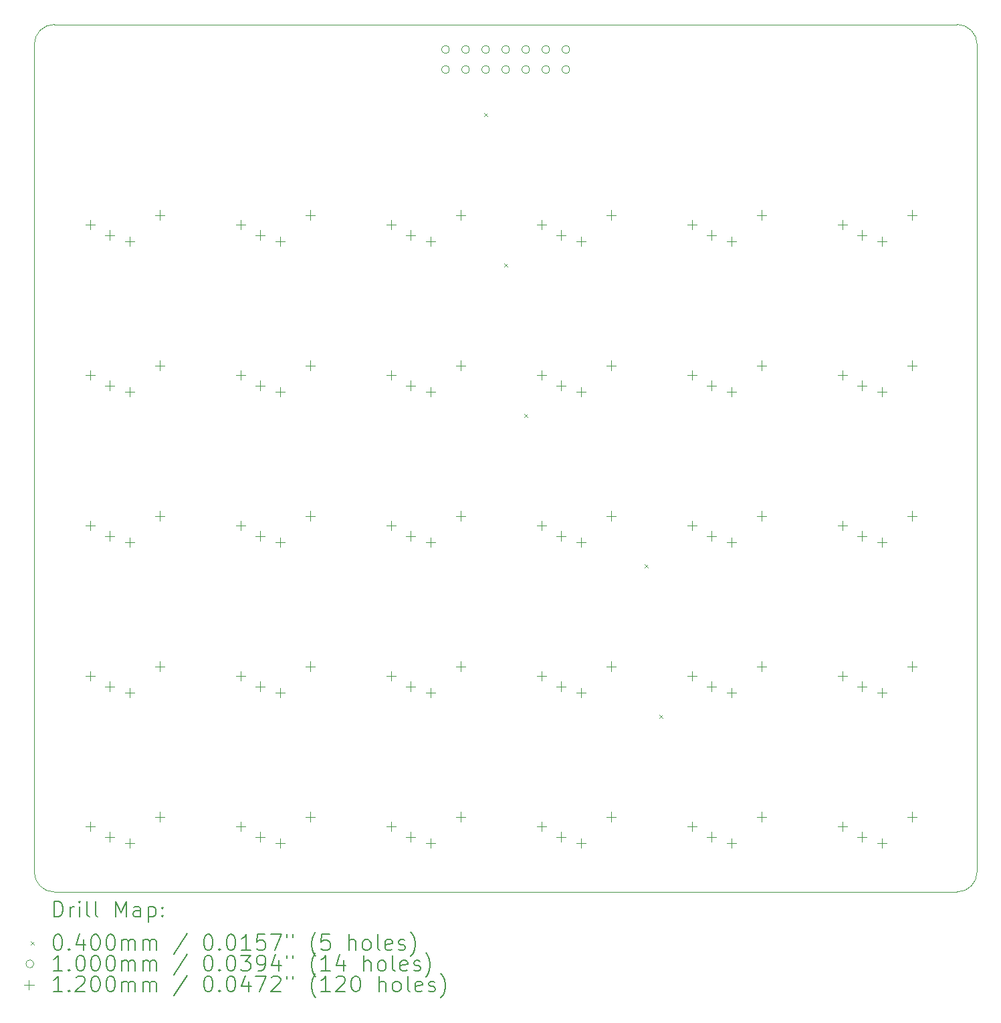
<source format=gbr>
%TF.GenerationSoftware,KiCad,Pcbnew,(6.0.7-1)-1*%
%TF.CreationDate,2022-08-07T13:04:05+08:00*%
%TF.ProjectId,Pragmatic,50726167-6d61-4746-9963-2e6b69636164,3*%
%TF.SameCoordinates,PX9157080PY3680a30*%
%TF.FileFunction,Drillmap*%
%TF.FilePolarity,Positive*%
%FSLAX45Y45*%
G04 Gerber Fmt 4.5, Leading zero omitted, Abs format (unit mm)*
G04 Created by KiCad (PCBNEW (6.0.7-1)-1) date 2022-08-07 13:04:05*
%MOMM*%
%LPD*%
G01*
G04 APERTURE LIST*
%ADD10C,0.120000*%
%ADD11C,0.200000*%
%ADD12C,0.040000*%
%ADD13C,0.100000*%
G04 APERTURE END LIST*
D10*
X-10477500Y-8826500D02*
X952500Y-8826500D01*
X952500Y-8826500D02*
G75*
G03*
X1206500Y-8572500I0J254000D01*
G01*
X1206500Y1905000D02*
G75*
G03*
X952500Y2159000I-254000J0D01*
G01*
X1206500Y1905000D02*
X1206500Y-8572500D01*
X-10731500Y-8572500D02*
G75*
G03*
X-10477500Y-8826500I254000J0D01*
G01*
X952500Y2159000D02*
X-10477500Y2159000D01*
X-10477500Y2159000D02*
G75*
G03*
X-10731500Y1905000I0J-254000D01*
G01*
X-10731500Y1905000D02*
X-10731500Y-8572500D01*
D11*
D12*
X-5036500Y1036000D02*
X-4996500Y996000D01*
X-4996500Y1036000D02*
X-5036500Y996000D01*
X-4782500Y-869000D02*
X-4742500Y-909000D01*
X-4742500Y-869000D02*
X-4782500Y-909000D01*
X-4528500Y-2774000D02*
X-4488500Y-2814000D01*
X-4488500Y-2774000D02*
X-4528500Y-2814000D01*
X-3004500Y-4679000D02*
X-2964500Y-4719000D01*
X-2964500Y-4679000D02*
X-3004500Y-4719000D01*
X-2814000Y-6584000D02*
X-2774000Y-6624000D01*
X-2774000Y-6584000D02*
X-2814000Y-6624000D01*
D13*
X-5474500Y1841500D02*
G75*
G03*
X-5474500Y1841500I-50000J0D01*
G01*
X-5474500Y1587500D02*
G75*
G03*
X-5474500Y1587500I-50000J0D01*
G01*
X-5220500Y1841500D02*
G75*
G03*
X-5220500Y1841500I-50000J0D01*
G01*
X-5220500Y1587500D02*
G75*
G03*
X-5220500Y1587500I-50000J0D01*
G01*
X-4966500Y1841500D02*
G75*
G03*
X-4966500Y1841500I-50000J0D01*
G01*
X-4966500Y1587500D02*
G75*
G03*
X-4966500Y1587500I-50000J0D01*
G01*
X-4712500Y1841500D02*
G75*
G03*
X-4712500Y1841500I-50000J0D01*
G01*
X-4712500Y1587500D02*
G75*
G03*
X-4712500Y1587500I-50000J0D01*
G01*
X-4458500Y1841500D02*
G75*
G03*
X-4458500Y1841500I-50000J0D01*
G01*
X-4458500Y1587500D02*
G75*
G03*
X-4458500Y1587500I-50000J0D01*
G01*
X-4204500Y1841500D02*
G75*
G03*
X-4204500Y1841500I-50000J0D01*
G01*
X-4204500Y1587500D02*
G75*
G03*
X-4204500Y1587500I-50000J0D01*
G01*
X-3950500Y1841500D02*
G75*
G03*
X-3950500Y1841500I-50000J0D01*
G01*
X-3950500Y1587500D02*
G75*
G03*
X-3950500Y1587500I-50000J0D01*
G01*
D10*
X-10025000Y-320000D02*
X-10025000Y-440000D01*
X-10085000Y-380000D02*
X-9965000Y-380000D01*
X-10025000Y-2225000D02*
X-10025000Y-2345000D01*
X-10085000Y-2285000D02*
X-9965000Y-2285000D01*
X-10025000Y-4130000D02*
X-10025000Y-4250000D01*
X-10085000Y-4190000D02*
X-9965000Y-4190000D01*
X-10025000Y-6035000D02*
X-10025000Y-6155000D01*
X-10085000Y-6095000D02*
X-9965000Y-6095000D01*
X-10025000Y-7940000D02*
X-10025000Y-8060000D01*
X-10085000Y-8000000D02*
X-9965000Y-8000000D01*
X-9779000Y-448000D02*
X-9779000Y-568000D01*
X-9839000Y-508000D02*
X-9719000Y-508000D01*
X-9779000Y-2353000D02*
X-9779000Y-2473000D01*
X-9839000Y-2413000D02*
X-9719000Y-2413000D01*
X-9779000Y-4258000D02*
X-9779000Y-4378000D01*
X-9839000Y-4318000D02*
X-9719000Y-4318000D01*
X-9779000Y-6163000D02*
X-9779000Y-6283000D01*
X-9839000Y-6223000D02*
X-9719000Y-6223000D01*
X-9779000Y-8068000D02*
X-9779000Y-8188000D01*
X-9839000Y-8128000D02*
X-9719000Y-8128000D01*
X-9525000Y-530000D02*
X-9525000Y-650000D01*
X-9585000Y-590000D02*
X-9465000Y-590000D01*
X-9525000Y-2435000D02*
X-9525000Y-2555000D01*
X-9585000Y-2495000D02*
X-9465000Y-2495000D01*
X-9525000Y-4340000D02*
X-9525000Y-4460000D01*
X-9585000Y-4400000D02*
X-9465000Y-4400000D01*
X-9525000Y-6245000D02*
X-9525000Y-6365000D01*
X-9585000Y-6305000D02*
X-9465000Y-6305000D01*
X-9525000Y-8150000D02*
X-9525000Y-8270000D01*
X-9585000Y-8210000D02*
X-9465000Y-8210000D01*
X-9144000Y-194000D02*
X-9144000Y-314000D01*
X-9204000Y-254000D02*
X-9084000Y-254000D01*
X-9144000Y-2099000D02*
X-9144000Y-2219000D01*
X-9204000Y-2159000D02*
X-9084000Y-2159000D01*
X-9144000Y-4004000D02*
X-9144000Y-4124000D01*
X-9204000Y-4064000D02*
X-9084000Y-4064000D01*
X-9144000Y-5909000D02*
X-9144000Y-6029000D01*
X-9204000Y-5969000D02*
X-9084000Y-5969000D01*
X-9144000Y-7814000D02*
X-9144000Y-7934000D01*
X-9204000Y-7874000D02*
X-9084000Y-7874000D01*
X-8120000Y-320000D02*
X-8120000Y-440000D01*
X-8180000Y-380000D02*
X-8060000Y-380000D01*
X-8120000Y-2225000D02*
X-8120000Y-2345000D01*
X-8180000Y-2285000D02*
X-8060000Y-2285000D01*
X-8120000Y-4130000D02*
X-8120000Y-4250000D01*
X-8180000Y-4190000D02*
X-8060000Y-4190000D01*
X-8120000Y-6035000D02*
X-8120000Y-6155000D01*
X-8180000Y-6095000D02*
X-8060000Y-6095000D01*
X-8120000Y-7940000D02*
X-8120000Y-8060000D01*
X-8180000Y-8000000D02*
X-8060000Y-8000000D01*
X-7874000Y-448000D02*
X-7874000Y-568000D01*
X-7934000Y-508000D02*
X-7814000Y-508000D01*
X-7874000Y-2353000D02*
X-7874000Y-2473000D01*
X-7934000Y-2413000D02*
X-7814000Y-2413000D01*
X-7874000Y-4258000D02*
X-7874000Y-4378000D01*
X-7934000Y-4318000D02*
X-7814000Y-4318000D01*
X-7874000Y-6163000D02*
X-7874000Y-6283000D01*
X-7934000Y-6223000D02*
X-7814000Y-6223000D01*
X-7874000Y-8068000D02*
X-7874000Y-8188000D01*
X-7934000Y-8128000D02*
X-7814000Y-8128000D01*
X-7620000Y-530000D02*
X-7620000Y-650000D01*
X-7680000Y-590000D02*
X-7560000Y-590000D01*
X-7620000Y-2435000D02*
X-7620000Y-2555000D01*
X-7680000Y-2495000D02*
X-7560000Y-2495000D01*
X-7620000Y-4340000D02*
X-7620000Y-4460000D01*
X-7680000Y-4400000D02*
X-7560000Y-4400000D01*
X-7620000Y-6245000D02*
X-7620000Y-6365000D01*
X-7680000Y-6305000D02*
X-7560000Y-6305000D01*
X-7620000Y-8150000D02*
X-7620000Y-8270000D01*
X-7680000Y-8210000D02*
X-7560000Y-8210000D01*
X-7239000Y-194000D02*
X-7239000Y-314000D01*
X-7299000Y-254000D02*
X-7179000Y-254000D01*
X-7239000Y-2099000D02*
X-7239000Y-2219000D01*
X-7299000Y-2159000D02*
X-7179000Y-2159000D01*
X-7239000Y-4004000D02*
X-7239000Y-4124000D01*
X-7299000Y-4064000D02*
X-7179000Y-4064000D01*
X-7239000Y-5909000D02*
X-7239000Y-6029000D01*
X-7299000Y-5969000D02*
X-7179000Y-5969000D01*
X-7239000Y-7814000D02*
X-7239000Y-7934000D01*
X-7299000Y-7874000D02*
X-7179000Y-7874000D01*
X-6215000Y-320000D02*
X-6215000Y-440000D01*
X-6275000Y-380000D02*
X-6155000Y-380000D01*
X-6215000Y-2225000D02*
X-6215000Y-2345000D01*
X-6275000Y-2285000D02*
X-6155000Y-2285000D01*
X-6215000Y-4130000D02*
X-6215000Y-4250000D01*
X-6275000Y-4190000D02*
X-6155000Y-4190000D01*
X-6215000Y-6035000D02*
X-6215000Y-6155000D01*
X-6275000Y-6095000D02*
X-6155000Y-6095000D01*
X-6215000Y-7940000D02*
X-6215000Y-8060000D01*
X-6275000Y-8000000D02*
X-6155000Y-8000000D01*
X-5969000Y-448000D02*
X-5969000Y-568000D01*
X-6029000Y-508000D02*
X-5909000Y-508000D01*
X-5969000Y-2353000D02*
X-5969000Y-2473000D01*
X-6029000Y-2413000D02*
X-5909000Y-2413000D01*
X-5969000Y-4258000D02*
X-5969000Y-4378000D01*
X-6029000Y-4318000D02*
X-5909000Y-4318000D01*
X-5969000Y-6163000D02*
X-5969000Y-6283000D01*
X-6029000Y-6223000D02*
X-5909000Y-6223000D01*
X-5969000Y-8068000D02*
X-5969000Y-8188000D01*
X-6029000Y-8128000D02*
X-5909000Y-8128000D01*
X-5715000Y-530000D02*
X-5715000Y-650000D01*
X-5775000Y-590000D02*
X-5655000Y-590000D01*
X-5715000Y-2435000D02*
X-5715000Y-2555000D01*
X-5775000Y-2495000D02*
X-5655000Y-2495000D01*
X-5715000Y-4340000D02*
X-5715000Y-4460000D01*
X-5775000Y-4400000D02*
X-5655000Y-4400000D01*
X-5715000Y-6245000D02*
X-5715000Y-6365000D01*
X-5775000Y-6305000D02*
X-5655000Y-6305000D01*
X-5715000Y-8150000D02*
X-5715000Y-8270000D01*
X-5775000Y-8210000D02*
X-5655000Y-8210000D01*
X-5334000Y-194000D02*
X-5334000Y-314000D01*
X-5394000Y-254000D02*
X-5274000Y-254000D01*
X-5334000Y-2099000D02*
X-5334000Y-2219000D01*
X-5394000Y-2159000D02*
X-5274000Y-2159000D01*
X-5334000Y-4004000D02*
X-5334000Y-4124000D01*
X-5394000Y-4064000D02*
X-5274000Y-4064000D01*
X-5334000Y-5909000D02*
X-5334000Y-6029000D01*
X-5394000Y-5969000D02*
X-5274000Y-5969000D01*
X-5334000Y-7814000D02*
X-5334000Y-7934000D01*
X-5394000Y-7874000D02*
X-5274000Y-7874000D01*
X-4310000Y-320000D02*
X-4310000Y-440000D01*
X-4370000Y-380000D02*
X-4250000Y-380000D01*
X-4310000Y-2225000D02*
X-4310000Y-2345000D01*
X-4370000Y-2285000D02*
X-4250000Y-2285000D01*
X-4310000Y-4130000D02*
X-4310000Y-4250000D01*
X-4370000Y-4190000D02*
X-4250000Y-4190000D01*
X-4310000Y-6035000D02*
X-4310000Y-6155000D01*
X-4370000Y-6095000D02*
X-4250000Y-6095000D01*
X-4310000Y-7940000D02*
X-4310000Y-8060000D01*
X-4370000Y-8000000D02*
X-4250000Y-8000000D01*
X-4064000Y-448000D02*
X-4064000Y-568000D01*
X-4124000Y-508000D02*
X-4004000Y-508000D01*
X-4064000Y-2353000D02*
X-4064000Y-2473000D01*
X-4124000Y-2413000D02*
X-4004000Y-2413000D01*
X-4064000Y-4258000D02*
X-4064000Y-4378000D01*
X-4124000Y-4318000D02*
X-4004000Y-4318000D01*
X-4064000Y-6163000D02*
X-4064000Y-6283000D01*
X-4124000Y-6223000D02*
X-4004000Y-6223000D01*
X-4064000Y-8068000D02*
X-4064000Y-8188000D01*
X-4124000Y-8128000D02*
X-4004000Y-8128000D01*
X-3810000Y-530000D02*
X-3810000Y-650000D01*
X-3870000Y-590000D02*
X-3750000Y-590000D01*
X-3810000Y-2435000D02*
X-3810000Y-2555000D01*
X-3870000Y-2495000D02*
X-3750000Y-2495000D01*
X-3810000Y-4340000D02*
X-3810000Y-4460000D01*
X-3870000Y-4400000D02*
X-3750000Y-4400000D01*
X-3810000Y-6245000D02*
X-3810000Y-6365000D01*
X-3870000Y-6305000D02*
X-3750000Y-6305000D01*
X-3810000Y-8150000D02*
X-3810000Y-8270000D01*
X-3870000Y-8210000D02*
X-3750000Y-8210000D01*
X-3429000Y-194000D02*
X-3429000Y-314000D01*
X-3489000Y-254000D02*
X-3369000Y-254000D01*
X-3429000Y-2099000D02*
X-3429000Y-2219000D01*
X-3489000Y-2159000D02*
X-3369000Y-2159000D01*
X-3429000Y-4004000D02*
X-3429000Y-4124000D01*
X-3489000Y-4064000D02*
X-3369000Y-4064000D01*
X-3429000Y-5909000D02*
X-3429000Y-6029000D01*
X-3489000Y-5969000D02*
X-3369000Y-5969000D01*
X-3429000Y-7814000D02*
X-3429000Y-7934000D01*
X-3489000Y-7874000D02*
X-3369000Y-7874000D01*
X-2405000Y-320000D02*
X-2405000Y-440000D01*
X-2465000Y-380000D02*
X-2345000Y-380000D01*
X-2405000Y-2225000D02*
X-2405000Y-2345000D01*
X-2465000Y-2285000D02*
X-2345000Y-2285000D01*
X-2405000Y-4130000D02*
X-2405000Y-4250000D01*
X-2465000Y-4190000D02*
X-2345000Y-4190000D01*
X-2405000Y-6035000D02*
X-2405000Y-6155000D01*
X-2465000Y-6095000D02*
X-2345000Y-6095000D01*
X-2405000Y-7940000D02*
X-2405000Y-8060000D01*
X-2465000Y-8000000D02*
X-2345000Y-8000000D01*
X-2159000Y-448000D02*
X-2159000Y-568000D01*
X-2219000Y-508000D02*
X-2099000Y-508000D01*
X-2159000Y-2353000D02*
X-2159000Y-2473000D01*
X-2219000Y-2413000D02*
X-2099000Y-2413000D01*
X-2159000Y-4258000D02*
X-2159000Y-4378000D01*
X-2219000Y-4318000D02*
X-2099000Y-4318000D01*
X-2159000Y-6163000D02*
X-2159000Y-6283000D01*
X-2219000Y-6223000D02*
X-2099000Y-6223000D01*
X-2159000Y-8068000D02*
X-2159000Y-8188000D01*
X-2219000Y-8128000D02*
X-2099000Y-8128000D01*
X-1905000Y-530000D02*
X-1905000Y-650000D01*
X-1965000Y-590000D02*
X-1845000Y-590000D01*
X-1905000Y-2435000D02*
X-1905000Y-2555000D01*
X-1965000Y-2495000D02*
X-1845000Y-2495000D01*
X-1905000Y-4340000D02*
X-1905000Y-4460000D01*
X-1965000Y-4400000D02*
X-1845000Y-4400000D01*
X-1905000Y-6245000D02*
X-1905000Y-6365000D01*
X-1965000Y-6305000D02*
X-1845000Y-6305000D01*
X-1905000Y-8150000D02*
X-1905000Y-8270000D01*
X-1965000Y-8210000D02*
X-1845000Y-8210000D01*
X-1524000Y-194000D02*
X-1524000Y-314000D01*
X-1584000Y-254000D02*
X-1464000Y-254000D01*
X-1524000Y-2099000D02*
X-1524000Y-2219000D01*
X-1584000Y-2159000D02*
X-1464000Y-2159000D01*
X-1524000Y-4004000D02*
X-1524000Y-4124000D01*
X-1584000Y-4064000D02*
X-1464000Y-4064000D01*
X-1524000Y-5909000D02*
X-1524000Y-6029000D01*
X-1584000Y-5969000D02*
X-1464000Y-5969000D01*
X-1524000Y-7814000D02*
X-1524000Y-7934000D01*
X-1584000Y-7874000D02*
X-1464000Y-7874000D01*
X-500000Y-320000D02*
X-500000Y-440000D01*
X-560000Y-380000D02*
X-440000Y-380000D01*
X-500000Y-2225000D02*
X-500000Y-2345000D01*
X-560000Y-2285000D02*
X-440000Y-2285000D01*
X-500000Y-4130000D02*
X-500000Y-4250000D01*
X-560000Y-4190000D02*
X-440000Y-4190000D01*
X-500000Y-6035000D02*
X-500000Y-6155000D01*
X-560000Y-6095000D02*
X-440000Y-6095000D01*
X-500000Y-7940000D02*
X-500000Y-8060000D01*
X-560000Y-8000000D02*
X-440000Y-8000000D01*
X-254000Y-448000D02*
X-254000Y-568000D01*
X-314000Y-508000D02*
X-194000Y-508000D01*
X-254000Y-2353000D02*
X-254000Y-2473000D01*
X-314000Y-2413000D02*
X-194000Y-2413000D01*
X-254000Y-4258000D02*
X-254000Y-4378000D01*
X-314000Y-4318000D02*
X-194000Y-4318000D01*
X-254000Y-6163000D02*
X-254000Y-6283000D01*
X-314000Y-6223000D02*
X-194000Y-6223000D01*
X-254000Y-8068000D02*
X-254000Y-8188000D01*
X-314000Y-8128000D02*
X-194000Y-8128000D01*
X0Y-530000D02*
X0Y-650000D01*
X-60000Y-590000D02*
X60000Y-590000D01*
X0Y-2435000D02*
X0Y-2555000D01*
X-60000Y-2495000D02*
X60000Y-2495000D01*
X0Y-4340000D02*
X0Y-4460000D01*
X-60000Y-4400000D02*
X60000Y-4400000D01*
X0Y-6245000D02*
X0Y-6365000D01*
X-60000Y-6305000D02*
X60000Y-6305000D01*
X0Y-8150000D02*
X0Y-8270000D01*
X-60000Y-8210000D02*
X60000Y-8210000D01*
X381000Y-194000D02*
X381000Y-314000D01*
X321000Y-254000D02*
X441000Y-254000D01*
X381000Y-2099000D02*
X381000Y-2219000D01*
X321000Y-2159000D02*
X441000Y-2159000D01*
X381000Y-4004000D02*
X381000Y-4124000D01*
X321000Y-4064000D02*
X441000Y-4064000D01*
X381000Y-5909000D02*
X381000Y-6029000D01*
X321000Y-5969000D02*
X441000Y-5969000D01*
X381000Y-7814000D02*
X381000Y-7934000D01*
X321000Y-7874000D02*
X441000Y-7874000D01*
D11*
X-10479881Y-9142976D02*
X-10479881Y-8942976D01*
X-10432262Y-8942976D01*
X-10403691Y-8952500D01*
X-10384643Y-8971548D01*
X-10375119Y-8990595D01*
X-10365595Y-9028690D01*
X-10365595Y-9057262D01*
X-10375119Y-9095357D01*
X-10384643Y-9114405D01*
X-10403691Y-9133452D01*
X-10432262Y-9142976D01*
X-10479881Y-9142976D01*
X-10279881Y-9142976D02*
X-10279881Y-9009643D01*
X-10279881Y-9047738D02*
X-10270357Y-9028690D01*
X-10260833Y-9019167D01*
X-10241786Y-9009643D01*
X-10222738Y-9009643D01*
X-10156072Y-9142976D02*
X-10156072Y-9009643D01*
X-10156072Y-8942976D02*
X-10165595Y-8952500D01*
X-10156072Y-8962024D01*
X-10146548Y-8952500D01*
X-10156072Y-8942976D01*
X-10156072Y-8962024D01*
X-10032262Y-9142976D02*
X-10051310Y-9133452D01*
X-10060833Y-9114405D01*
X-10060833Y-8942976D01*
X-9927500Y-9142976D02*
X-9946548Y-9133452D01*
X-9956072Y-9114405D01*
X-9956072Y-8942976D01*
X-9698929Y-9142976D02*
X-9698929Y-8942976D01*
X-9632262Y-9085833D01*
X-9565595Y-8942976D01*
X-9565595Y-9142976D01*
X-9384643Y-9142976D02*
X-9384643Y-9038214D01*
X-9394167Y-9019167D01*
X-9413214Y-9009643D01*
X-9451310Y-9009643D01*
X-9470357Y-9019167D01*
X-9384643Y-9133452D02*
X-9403691Y-9142976D01*
X-9451310Y-9142976D01*
X-9470357Y-9133452D01*
X-9479881Y-9114405D01*
X-9479881Y-9095357D01*
X-9470357Y-9076310D01*
X-9451310Y-9066786D01*
X-9403691Y-9066786D01*
X-9384643Y-9057262D01*
X-9289405Y-9009643D02*
X-9289405Y-9209643D01*
X-9289405Y-9019167D02*
X-9270357Y-9009643D01*
X-9232262Y-9009643D01*
X-9213214Y-9019167D01*
X-9203691Y-9028690D01*
X-9194167Y-9047738D01*
X-9194167Y-9104881D01*
X-9203691Y-9123929D01*
X-9213214Y-9133452D01*
X-9232262Y-9142976D01*
X-9270357Y-9142976D01*
X-9289405Y-9133452D01*
X-9108452Y-9123929D02*
X-9098929Y-9133452D01*
X-9108452Y-9142976D01*
X-9117976Y-9133452D01*
X-9108452Y-9123929D01*
X-9108452Y-9142976D01*
X-9108452Y-9019167D02*
X-9098929Y-9028690D01*
X-9108452Y-9038214D01*
X-9117976Y-9028690D01*
X-9108452Y-9019167D01*
X-9108452Y-9038214D01*
D12*
X-10777500Y-9452500D02*
X-10737500Y-9492500D01*
X-10737500Y-9452500D02*
X-10777500Y-9492500D01*
D11*
X-10441786Y-9362976D02*
X-10422738Y-9362976D01*
X-10403691Y-9372500D01*
X-10394167Y-9382024D01*
X-10384643Y-9401071D01*
X-10375119Y-9439167D01*
X-10375119Y-9486786D01*
X-10384643Y-9524881D01*
X-10394167Y-9543929D01*
X-10403691Y-9553452D01*
X-10422738Y-9562976D01*
X-10441786Y-9562976D01*
X-10460833Y-9553452D01*
X-10470357Y-9543929D01*
X-10479881Y-9524881D01*
X-10489405Y-9486786D01*
X-10489405Y-9439167D01*
X-10479881Y-9401071D01*
X-10470357Y-9382024D01*
X-10460833Y-9372500D01*
X-10441786Y-9362976D01*
X-10289405Y-9543929D02*
X-10279881Y-9553452D01*
X-10289405Y-9562976D01*
X-10298929Y-9553452D01*
X-10289405Y-9543929D01*
X-10289405Y-9562976D01*
X-10108452Y-9429643D02*
X-10108452Y-9562976D01*
X-10156072Y-9353452D02*
X-10203691Y-9496310D01*
X-10079881Y-9496310D01*
X-9965595Y-9362976D02*
X-9946548Y-9362976D01*
X-9927500Y-9372500D01*
X-9917976Y-9382024D01*
X-9908452Y-9401071D01*
X-9898929Y-9439167D01*
X-9898929Y-9486786D01*
X-9908452Y-9524881D01*
X-9917976Y-9543929D01*
X-9927500Y-9553452D01*
X-9946548Y-9562976D01*
X-9965595Y-9562976D01*
X-9984643Y-9553452D01*
X-9994167Y-9543929D01*
X-10003691Y-9524881D01*
X-10013214Y-9486786D01*
X-10013214Y-9439167D01*
X-10003691Y-9401071D01*
X-9994167Y-9382024D01*
X-9984643Y-9372500D01*
X-9965595Y-9362976D01*
X-9775119Y-9362976D02*
X-9756072Y-9362976D01*
X-9737024Y-9372500D01*
X-9727500Y-9382024D01*
X-9717976Y-9401071D01*
X-9708452Y-9439167D01*
X-9708452Y-9486786D01*
X-9717976Y-9524881D01*
X-9727500Y-9543929D01*
X-9737024Y-9553452D01*
X-9756072Y-9562976D01*
X-9775119Y-9562976D01*
X-9794167Y-9553452D01*
X-9803691Y-9543929D01*
X-9813214Y-9524881D01*
X-9822738Y-9486786D01*
X-9822738Y-9439167D01*
X-9813214Y-9401071D01*
X-9803691Y-9382024D01*
X-9794167Y-9372500D01*
X-9775119Y-9362976D01*
X-9622738Y-9562976D02*
X-9622738Y-9429643D01*
X-9622738Y-9448690D02*
X-9613214Y-9439167D01*
X-9594167Y-9429643D01*
X-9565595Y-9429643D01*
X-9546548Y-9439167D01*
X-9537024Y-9458214D01*
X-9537024Y-9562976D01*
X-9537024Y-9458214D02*
X-9527500Y-9439167D01*
X-9508452Y-9429643D01*
X-9479881Y-9429643D01*
X-9460833Y-9439167D01*
X-9451310Y-9458214D01*
X-9451310Y-9562976D01*
X-9356072Y-9562976D02*
X-9356072Y-9429643D01*
X-9356072Y-9448690D02*
X-9346548Y-9439167D01*
X-9327500Y-9429643D01*
X-9298929Y-9429643D01*
X-9279881Y-9439167D01*
X-9270357Y-9458214D01*
X-9270357Y-9562976D01*
X-9270357Y-9458214D02*
X-9260833Y-9439167D01*
X-9241786Y-9429643D01*
X-9213214Y-9429643D01*
X-9194167Y-9439167D01*
X-9184643Y-9458214D01*
X-9184643Y-9562976D01*
X-8794167Y-9353452D02*
X-8965595Y-9610595D01*
X-8537024Y-9362976D02*
X-8517976Y-9362976D01*
X-8498929Y-9372500D01*
X-8489405Y-9382024D01*
X-8479881Y-9401071D01*
X-8470357Y-9439167D01*
X-8470357Y-9486786D01*
X-8479881Y-9524881D01*
X-8489405Y-9543929D01*
X-8498929Y-9553452D01*
X-8517976Y-9562976D01*
X-8537024Y-9562976D01*
X-8556072Y-9553452D01*
X-8565595Y-9543929D01*
X-8575119Y-9524881D01*
X-8584643Y-9486786D01*
X-8584643Y-9439167D01*
X-8575119Y-9401071D01*
X-8565595Y-9382024D01*
X-8556072Y-9372500D01*
X-8537024Y-9362976D01*
X-8384643Y-9543929D02*
X-8375119Y-9553452D01*
X-8384643Y-9562976D01*
X-8394167Y-9553452D01*
X-8384643Y-9543929D01*
X-8384643Y-9562976D01*
X-8251310Y-9362976D02*
X-8232262Y-9362976D01*
X-8213214Y-9372500D01*
X-8203690Y-9382024D01*
X-8194167Y-9401071D01*
X-8184643Y-9439167D01*
X-8184643Y-9486786D01*
X-8194167Y-9524881D01*
X-8203690Y-9543929D01*
X-8213214Y-9553452D01*
X-8232262Y-9562976D01*
X-8251310Y-9562976D01*
X-8270357Y-9553452D01*
X-8279881Y-9543929D01*
X-8289405Y-9524881D01*
X-8298929Y-9486786D01*
X-8298929Y-9439167D01*
X-8289405Y-9401071D01*
X-8279881Y-9382024D01*
X-8270357Y-9372500D01*
X-8251310Y-9362976D01*
X-7994167Y-9562976D02*
X-8108452Y-9562976D01*
X-8051310Y-9562976D02*
X-8051310Y-9362976D01*
X-8070357Y-9391548D01*
X-8089405Y-9410595D01*
X-8108452Y-9420119D01*
X-7813214Y-9362976D02*
X-7908452Y-9362976D01*
X-7917976Y-9458214D01*
X-7908452Y-9448690D01*
X-7889405Y-9439167D01*
X-7841786Y-9439167D01*
X-7822738Y-9448690D01*
X-7813214Y-9458214D01*
X-7803690Y-9477262D01*
X-7803690Y-9524881D01*
X-7813214Y-9543929D01*
X-7822738Y-9553452D01*
X-7841786Y-9562976D01*
X-7889405Y-9562976D01*
X-7908452Y-9553452D01*
X-7917976Y-9543929D01*
X-7737024Y-9362976D02*
X-7603690Y-9362976D01*
X-7689405Y-9562976D01*
X-7537024Y-9362976D02*
X-7537024Y-9401071D01*
X-7460833Y-9362976D02*
X-7460833Y-9401071D01*
X-7165595Y-9639167D02*
X-7175119Y-9629643D01*
X-7194167Y-9601071D01*
X-7203690Y-9582024D01*
X-7213214Y-9553452D01*
X-7222738Y-9505833D01*
X-7222738Y-9467738D01*
X-7213214Y-9420119D01*
X-7203690Y-9391548D01*
X-7194167Y-9372500D01*
X-7175119Y-9343929D01*
X-7165595Y-9334405D01*
X-6994167Y-9362976D02*
X-7089405Y-9362976D01*
X-7098929Y-9458214D01*
X-7089405Y-9448690D01*
X-7070357Y-9439167D01*
X-7022738Y-9439167D01*
X-7003690Y-9448690D01*
X-6994167Y-9458214D01*
X-6984643Y-9477262D01*
X-6984643Y-9524881D01*
X-6994167Y-9543929D01*
X-7003690Y-9553452D01*
X-7022738Y-9562976D01*
X-7070357Y-9562976D01*
X-7089405Y-9553452D01*
X-7098929Y-9543929D01*
X-6746548Y-9562976D02*
X-6746548Y-9362976D01*
X-6660833Y-9562976D02*
X-6660833Y-9458214D01*
X-6670357Y-9439167D01*
X-6689405Y-9429643D01*
X-6717976Y-9429643D01*
X-6737024Y-9439167D01*
X-6746548Y-9448690D01*
X-6537024Y-9562976D02*
X-6556071Y-9553452D01*
X-6565595Y-9543929D01*
X-6575119Y-9524881D01*
X-6575119Y-9467738D01*
X-6565595Y-9448690D01*
X-6556071Y-9439167D01*
X-6537024Y-9429643D01*
X-6508452Y-9429643D01*
X-6489405Y-9439167D01*
X-6479881Y-9448690D01*
X-6470357Y-9467738D01*
X-6470357Y-9524881D01*
X-6479881Y-9543929D01*
X-6489405Y-9553452D01*
X-6508452Y-9562976D01*
X-6537024Y-9562976D01*
X-6356071Y-9562976D02*
X-6375119Y-9553452D01*
X-6384643Y-9534405D01*
X-6384643Y-9362976D01*
X-6203690Y-9553452D02*
X-6222738Y-9562976D01*
X-6260833Y-9562976D01*
X-6279881Y-9553452D01*
X-6289405Y-9534405D01*
X-6289405Y-9458214D01*
X-6279881Y-9439167D01*
X-6260833Y-9429643D01*
X-6222738Y-9429643D01*
X-6203690Y-9439167D01*
X-6194167Y-9458214D01*
X-6194167Y-9477262D01*
X-6289405Y-9496310D01*
X-6117976Y-9553452D02*
X-6098929Y-9562976D01*
X-6060833Y-9562976D01*
X-6041786Y-9553452D01*
X-6032262Y-9534405D01*
X-6032262Y-9524881D01*
X-6041786Y-9505833D01*
X-6060833Y-9496310D01*
X-6089405Y-9496310D01*
X-6108452Y-9486786D01*
X-6117976Y-9467738D01*
X-6117976Y-9458214D01*
X-6108452Y-9439167D01*
X-6089405Y-9429643D01*
X-6060833Y-9429643D01*
X-6041786Y-9439167D01*
X-5965595Y-9639167D02*
X-5956071Y-9629643D01*
X-5937024Y-9601071D01*
X-5927500Y-9582024D01*
X-5917976Y-9553452D01*
X-5908452Y-9505833D01*
X-5908452Y-9467738D01*
X-5917976Y-9420119D01*
X-5927500Y-9391548D01*
X-5937024Y-9372500D01*
X-5956071Y-9343929D01*
X-5965595Y-9334405D01*
D13*
X-10737500Y-9736500D02*
G75*
G03*
X-10737500Y-9736500I-50000J0D01*
G01*
D11*
X-10375119Y-9826976D02*
X-10489405Y-9826976D01*
X-10432262Y-9826976D02*
X-10432262Y-9626976D01*
X-10451310Y-9655548D01*
X-10470357Y-9674595D01*
X-10489405Y-9684119D01*
X-10289405Y-9807929D02*
X-10279881Y-9817452D01*
X-10289405Y-9826976D01*
X-10298929Y-9817452D01*
X-10289405Y-9807929D01*
X-10289405Y-9826976D01*
X-10156072Y-9626976D02*
X-10137024Y-9626976D01*
X-10117976Y-9636500D01*
X-10108452Y-9646024D01*
X-10098929Y-9665071D01*
X-10089405Y-9703167D01*
X-10089405Y-9750786D01*
X-10098929Y-9788881D01*
X-10108452Y-9807929D01*
X-10117976Y-9817452D01*
X-10137024Y-9826976D01*
X-10156072Y-9826976D01*
X-10175119Y-9817452D01*
X-10184643Y-9807929D01*
X-10194167Y-9788881D01*
X-10203691Y-9750786D01*
X-10203691Y-9703167D01*
X-10194167Y-9665071D01*
X-10184643Y-9646024D01*
X-10175119Y-9636500D01*
X-10156072Y-9626976D01*
X-9965595Y-9626976D02*
X-9946548Y-9626976D01*
X-9927500Y-9636500D01*
X-9917976Y-9646024D01*
X-9908452Y-9665071D01*
X-9898929Y-9703167D01*
X-9898929Y-9750786D01*
X-9908452Y-9788881D01*
X-9917976Y-9807929D01*
X-9927500Y-9817452D01*
X-9946548Y-9826976D01*
X-9965595Y-9826976D01*
X-9984643Y-9817452D01*
X-9994167Y-9807929D01*
X-10003691Y-9788881D01*
X-10013214Y-9750786D01*
X-10013214Y-9703167D01*
X-10003691Y-9665071D01*
X-9994167Y-9646024D01*
X-9984643Y-9636500D01*
X-9965595Y-9626976D01*
X-9775119Y-9626976D02*
X-9756072Y-9626976D01*
X-9737024Y-9636500D01*
X-9727500Y-9646024D01*
X-9717976Y-9665071D01*
X-9708452Y-9703167D01*
X-9708452Y-9750786D01*
X-9717976Y-9788881D01*
X-9727500Y-9807929D01*
X-9737024Y-9817452D01*
X-9756072Y-9826976D01*
X-9775119Y-9826976D01*
X-9794167Y-9817452D01*
X-9803691Y-9807929D01*
X-9813214Y-9788881D01*
X-9822738Y-9750786D01*
X-9822738Y-9703167D01*
X-9813214Y-9665071D01*
X-9803691Y-9646024D01*
X-9794167Y-9636500D01*
X-9775119Y-9626976D01*
X-9622738Y-9826976D02*
X-9622738Y-9693643D01*
X-9622738Y-9712690D02*
X-9613214Y-9703167D01*
X-9594167Y-9693643D01*
X-9565595Y-9693643D01*
X-9546548Y-9703167D01*
X-9537024Y-9722214D01*
X-9537024Y-9826976D01*
X-9537024Y-9722214D02*
X-9527500Y-9703167D01*
X-9508452Y-9693643D01*
X-9479881Y-9693643D01*
X-9460833Y-9703167D01*
X-9451310Y-9722214D01*
X-9451310Y-9826976D01*
X-9356072Y-9826976D02*
X-9356072Y-9693643D01*
X-9356072Y-9712690D02*
X-9346548Y-9703167D01*
X-9327500Y-9693643D01*
X-9298929Y-9693643D01*
X-9279881Y-9703167D01*
X-9270357Y-9722214D01*
X-9270357Y-9826976D01*
X-9270357Y-9722214D02*
X-9260833Y-9703167D01*
X-9241786Y-9693643D01*
X-9213214Y-9693643D01*
X-9194167Y-9703167D01*
X-9184643Y-9722214D01*
X-9184643Y-9826976D01*
X-8794167Y-9617452D02*
X-8965595Y-9874595D01*
X-8537024Y-9626976D02*
X-8517976Y-9626976D01*
X-8498929Y-9636500D01*
X-8489405Y-9646024D01*
X-8479881Y-9665071D01*
X-8470357Y-9703167D01*
X-8470357Y-9750786D01*
X-8479881Y-9788881D01*
X-8489405Y-9807929D01*
X-8498929Y-9817452D01*
X-8517976Y-9826976D01*
X-8537024Y-9826976D01*
X-8556072Y-9817452D01*
X-8565595Y-9807929D01*
X-8575119Y-9788881D01*
X-8584643Y-9750786D01*
X-8584643Y-9703167D01*
X-8575119Y-9665071D01*
X-8565595Y-9646024D01*
X-8556072Y-9636500D01*
X-8537024Y-9626976D01*
X-8384643Y-9807929D02*
X-8375119Y-9817452D01*
X-8384643Y-9826976D01*
X-8394167Y-9817452D01*
X-8384643Y-9807929D01*
X-8384643Y-9826976D01*
X-8251310Y-9626976D02*
X-8232262Y-9626976D01*
X-8213214Y-9636500D01*
X-8203690Y-9646024D01*
X-8194167Y-9665071D01*
X-8184643Y-9703167D01*
X-8184643Y-9750786D01*
X-8194167Y-9788881D01*
X-8203690Y-9807929D01*
X-8213214Y-9817452D01*
X-8232262Y-9826976D01*
X-8251310Y-9826976D01*
X-8270357Y-9817452D01*
X-8279881Y-9807929D01*
X-8289405Y-9788881D01*
X-8298929Y-9750786D01*
X-8298929Y-9703167D01*
X-8289405Y-9665071D01*
X-8279881Y-9646024D01*
X-8270357Y-9636500D01*
X-8251310Y-9626976D01*
X-8117976Y-9626976D02*
X-7994167Y-9626976D01*
X-8060833Y-9703167D01*
X-8032262Y-9703167D01*
X-8013214Y-9712690D01*
X-8003690Y-9722214D01*
X-7994167Y-9741262D01*
X-7994167Y-9788881D01*
X-8003690Y-9807929D01*
X-8013214Y-9817452D01*
X-8032262Y-9826976D01*
X-8089405Y-9826976D01*
X-8108452Y-9817452D01*
X-8117976Y-9807929D01*
X-7898929Y-9826976D02*
X-7860833Y-9826976D01*
X-7841786Y-9817452D01*
X-7832262Y-9807929D01*
X-7813214Y-9779357D01*
X-7803690Y-9741262D01*
X-7803690Y-9665071D01*
X-7813214Y-9646024D01*
X-7822738Y-9636500D01*
X-7841786Y-9626976D01*
X-7879881Y-9626976D01*
X-7898929Y-9636500D01*
X-7908452Y-9646024D01*
X-7917976Y-9665071D01*
X-7917976Y-9712690D01*
X-7908452Y-9731738D01*
X-7898929Y-9741262D01*
X-7879881Y-9750786D01*
X-7841786Y-9750786D01*
X-7822738Y-9741262D01*
X-7813214Y-9731738D01*
X-7803690Y-9712690D01*
X-7632262Y-9693643D02*
X-7632262Y-9826976D01*
X-7679881Y-9617452D02*
X-7727500Y-9760310D01*
X-7603690Y-9760310D01*
X-7537024Y-9626976D02*
X-7537024Y-9665071D01*
X-7460833Y-9626976D02*
X-7460833Y-9665071D01*
X-7165595Y-9903167D02*
X-7175119Y-9893643D01*
X-7194167Y-9865071D01*
X-7203690Y-9846024D01*
X-7213214Y-9817452D01*
X-7222738Y-9769833D01*
X-7222738Y-9731738D01*
X-7213214Y-9684119D01*
X-7203690Y-9655548D01*
X-7194167Y-9636500D01*
X-7175119Y-9607929D01*
X-7165595Y-9598405D01*
X-6984643Y-9826976D02*
X-7098929Y-9826976D01*
X-7041786Y-9826976D02*
X-7041786Y-9626976D01*
X-7060833Y-9655548D01*
X-7079881Y-9674595D01*
X-7098929Y-9684119D01*
X-6813214Y-9693643D02*
X-6813214Y-9826976D01*
X-6860833Y-9617452D02*
X-6908452Y-9760310D01*
X-6784643Y-9760310D01*
X-6556071Y-9826976D02*
X-6556071Y-9626976D01*
X-6470357Y-9826976D02*
X-6470357Y-9722214D01*
X-6479881Y-9703167D01*
X-6498929Y-9693643D01*
X-6527500Y-9693643D01*
X-6546548Y-9703167D01*
X-6556071Y-9712690D01*
X-6346548Y-9826976D02*
X-6365595Y-9817452D01*
X-6375119Y-9807929D01*
X-6384643Y-9788881D01*
X-6384643Y-9731738D01*
X-6375119Y-9712690D01*
X-6365595Y-9703167D01*
X-6346548Y-9693643D01*
X-6317976Y-9693643D01*
X-6298929Y-9703167D01*
X-6289405Y-9712690D01*
X-6279881Y-9731738D01*
X-6279881Y-9788881D01*
X-6289405Y-9807929D01*
X-6298929Y-9817452D01*
X-6317976Y-9826976D01*
X-6346548Y-9826976D01*
X-6165595Y-9826976D02*
X-6184643Y-9817452D01*
X-6194167Y-9798405D01*
X-6194167Y-9626976D01*
X-6013214Y-9817452D02*
X-6032262Y-9826976D01*
X-6070357Y-9826976D01*
X-6089405Y-9817452D01*
X-6098929Y-9798405D01*
X-6098929Y-9722214D01*
X-6089405Y-9703167D01*
X-6070357Y-9693643D01*
X-6032262Y-9693643D01*
X-6013214Y-9703167D01*
X-6003690Y-9722214D01*
X-6003690Y-9741262D01*
X-6098929Y-9760310D01*
X-5927500Y-9817452D02*
X-5908452Y-9826976D01*
X-5870357Y-9826976D01*
X-5851310Y-9817452D01*
X-5841786Y-9798405D01*
X-5841786Y-9788881D01*
X-5851310Y-9769833D01*
X-5870357Y-9760310D01*
X-5898929Y-9760310D01*
X-5917976Y-9750786D01*
X-5927500Y-9731738D01*
X-5927500Y-9722214D01*
X-5917976Y-9703167D01*
X-5898929Y-9693643D01*
X-5870357Y-9693643D01*
X-5851310Y-9703167D01*
X-5775119Y-9903167D02*
X-5765595Y-9893643D01*
X-5746548Y-9865071D01*
X-5737024Y-9846024D01*
X-5727500Y-9817452D01*
X-5717976Y-9769833D01*
X-5717976Y-9731738D01*
X-5727500Y-9684119D01*
X-5737024Y-9655548D01*
X-5746548Y-9636500D01*
X-5765595Y-9607929D01*
X-5775119Y-9598405D01*
D10*
X-10797500Y-9940500D02*
X-10797500Y-10060500D01*
X-10857500Y-10000500D02*
X-10737500Y-10000500D01*
D11*
X-10375119Y-10090976D02*
X-10489405Y-10090976D01*
X-10432262Y-10090976D02*
X-10432262Y-9890976D01*
X-10451310Y-9919548D01*
X-10470357Y-9938595D01*
X-10489405Y-9948119D01*
X-10289405Y-10071929D02*
X-10279881Y-10081452D01*
X-10289405Y-10090976D01*
X-10298929Y-10081452D01*
X-10289405Y-10071929D01*
X-10289405Y-10090976D01*
X-10203691Y-9910024D02*
X-10194167Y-9900500D01*
X-10175119Y-9890976D01*
X-10127500Y-9890976D01*
X-10108452Y-9900500D01*
X-10098929Y-9910024D01*
X-10089405Y-9929071D01*
X-10089405Y-9948119D01*
X-10098929Y-9976690D01*
X-10213214Y-10090976D01*
X-10089405Y-10090976D01*
X-9965595Y-9890976D02*
X-9946548Y-9890976D01*
X-9927500Y-9900500D01*
X-9917976Y-9910024D01*
X-9908452Y-9929071D01*
X-9898929Y-9967167D01*
X-9898929Y-10014786D01*
X-9908452Y-10052881D01*
X-9917976Y-10071929D01*
X-9927500Y-10081452D01*
X-9946548Y-10090976D01*
X-9965595Y-10090976D01*
X-9984643Y-10081452D01*
X-9994167Y-10071929D01*
X-10003691Y-10052881D01*
X-10013214Y-10014786D01*
X-10013214Y-9967167D01*
X-10003691Y-9929071D01*
X-9994167Y-9910024D01*
X-9984643Y-9900500D01*
X-9965595Y-9890976D01*
X-9775119Y-9890976D02*
X-9756072Y-9890976D01*
X-9737024Y-9900500D01*
X-9727500Y-9910024D01*
X-9717976Y-9929071D01*
X-9708452Y-9967167D01*
X-9708452Y-10014786D01*
X-9717976Y-10052881D01*
X-9727500Y-10071929D01*
X-9737024Y-10081452D01*
X-9756072Y-10090976D01*
X-9775119Y-10090976D01*
X-9794167Y-10081452D01*
X-9803691Y-10071929D01*
X-9813214Y-10052881D01*
X-9822738Y-10014786D01*
X-9822738Y-9967167D01*
X-9813214Y-9929071D01*
X-9803691Y-9910024D01*
X-9794167Y-9900500D01*
X-9775119Y-9890976D01*
X-9622738Y-10090976D02*
X-9622738Y-9957643D01*
X-9622738Y-9976690D02*
X-9613214Y-9967167D01*
X-9594167Y-9957643D01*
X-9565595Y-9957643D01*
X-9546548Y-9967167D01*
X-9537024Y-9986214D01*
X-9537024Y-10090976D01*
X-9537024Y-9986214D02*
X-9527500Y-9967167D01*
X-9508452Y-9957643D01*
X-9479881Y-9957643D01*
X-9460833Y-9967167D01*
X-9451310Y-9986214D01*
X-9451310Y-10090976D01*
X-9356072Y-10090976D02*
X-9356072Y-9957643D01*
X-9356072Y-9976690D02*
X-9346548Y-9967167D01*
X-9327500Y-9957643D01*
X-9298929Y-9957643D01*
X-9279881Y-9967167D01*
X-9270357Y-9986214D01*
X-9270357Y-10090976D01*
X-9270357Y-9986214D02*
X-9260833Y-9967167D01*
X-9241786Y-9957643D01*
X-9213214Y-9957643D01*
X-9194167Y-9967167D01*
X-9184643Y-9986214D01*
X-9184643Y-10090976D01*
X-8794167Y-9881452D02*
X-8965595Y-10138595D01*
X-8537024Y-9890976D02*
X-8517976Y-9890976D01*
X-8498929Y-9900500D01*
X-8489405Y-9910024D01*
X-8479881Y-9929071D01*
X-8470357Y-9967167D01*
X-8470357Y-10014786D01*
X-8479881Y-10052881D01*
X-8489405Y-10071929D01*
X-8498929Y-10081452D01*
X-8517976Y-10090976D01*
X-8537024Y-10090976D01*
X-8556072Y-10081452D01*
X-8565595Y-10071929D01*
X-8575119Y-10052881D01*
X-8584643Y-10014786D01*
X-8584643Y-9967167D01*
X-8575119Y-9929071D01*
X-8565595Y-9910024D01*
X-8556072Y-9900500D01*
X-8537024Y-9890976D01*
X-8384643Y-10071929D02*
X-8375119Y-10081452D01*
X-8384643Y-10090976D01*
X-8394167Y-10081452D01*
X-8384643Y-10071929D01*
X-8384643Y-10090976D01*
X-8251310Y-9890976D02*
X-8232262Y-9890976D01*
X-8213214Y-9900500D01*
X-8203690Y-9910024D01*
X-8194167Y-9929071D01*
X-8184643Y-9967167D01*
X-8184643Y-10014786D01*
X-8194167Y-10052881D01*
X-8203690Y-10071929D01*
X-8213214Y-10081452D01*
X-8232262Y-10090976D01*
X-8251310Y-10090976D01*
X-8270357Y-10081452D01*
X-8279881Y-10071929D01*
X-8289405Y-10052881D01*
X-8298929Y-10014786D01*
X-8298929Y-9967167D01*
X-8289405Y-9929071D01*
X-8279881Y-9910024D01*
X-8270357Y-9900500D01*
X-8251310Y-9890976D01*
X-8013214Y-9957643D02*
X-8013214Y-10090976D01*
X-8060833Y-9881452D02*
X-8108452Y-10024310D01*
X-7984643Y-10024310D01*
X-7927500Y-9890976D02*
X-7794167Y-9890976D01*
X-7879881Y-10090976D01*
X-7727500Y-9910024D02*
X-7717976Y-9900500D01*
X-7698929Y-9890976D01*
X-7651310Y-9890976D01*
X-7632262Y-9900500D01*
X-7622738Y-9910024D01*
X-7613214Y-9929071D01*
X-7613214Y-9948119D01*
X-7622738Y-9976690D01*
X-7737024Y-10090976D01*
X-7613214Y-10090976D01*
X-7537024Y-9890976D02*
X-7537024Y-9929071D01*
X-7460833Y-9890976D02*
X-7460833Y-9929071D01*
X-7165595Y-10167167D02*
X-7175119Y-10157643D01*
X-7194167Y-10129071D01*
X-7203690Y-10110024D01*
X-7213214Y-10081452D01*
X-7222738Y-10033833D01*
X-7222738Y-9995738D01*
X-7213214Y-9948119D01*
X-7203690Y-9919548D01*
X-7194167Y-9900500D01*
X-7175119Y-9871929D01*
X-7165595Y-9862405D01*
X-6984643Y-10090976D02*
X-7098929Y-10090976D01*
X-7041786Y-10090976D02*
X-7041786Y-9890976D01*
X-7060833Y-9919548D01*
X-7079881Y-9938595D01*
X-7098929Y-9948119D01*
X-6908452Y-9910024D02*
X-6898929Y-9900500D01*
X-6879881Y-9890976D01*
X-6832262Y-9890976D01*
X-6813214Y-9900500D01*
X-6803690Y-9910024D01*
X-6794167Y-9929071D01*
X-6794167Y-9948119D01*
X-6803690Y-9976690D01*
X-6917976Y-10090976D01*
X-6794167Y-10090976D01*
X-6670357Y-9890976D02*
X-6651310Y-9890976D01*
X-6632262Y-9900500D01*
X-6622738Y-9910024D01*
X-6613214Y-9929071D01*
X-6603690Y-9967167D01*
X-6603690Y-10014786D01*
X-6613214Y-10052881D01*
X-6622738Y-10071929D01*
X-6632262Y-10081452D01*
X-6651310Y-10090976D01*
X-6670357Y-10090976D01*
X-6689405Y-10081452D01*
X-6698929Y-10071929D01*
X-6708452Y-10052881D01*
X-6717976Y-10014786D01*
X-6717976Y-9967167D01*
X-6708452Y-9929071D01*
X-6698929Y-9910024D01*
X-6689405Y-9900500D01*
X-6670357Y-9890976D01*
X-6365595Y-10090976D02*
X-6365595Y-9890976D01*
X-6279881Y-10090976D02*
X-6279881Y-9986214D01*
X-6289405Y-9967167D01*
X-6308452Y-9957643D01*
X-6337024Y-9957643D01*
X-6356071Y-9967167D01*
X-6365595Y-9976690D01*
X-6156071Y-10090976D02*
X-6175119Y-10081452D01*
X-6184643Y-10071929D01*
X-6194167Y-10052881D01*
X-6194167Y-9995738D01*
X-6184643Y-9976690D01*
X-6175119Y-9967167D01*
X-6156071Y-9957643D01*
X-6127500Y-9957643D01*
X-6108452Y-9967167D01*
X-6098929Y-9976690D01*
X-6089405Y-9995738D01*
X-6089405Y-10052881D01*
X-6098929Y-10071929D01*
X-6108452Y-10081452D01*
X-6127500Y-10090976D01*
X-6156071Y-10090976D01*
X-5975119Y-10090976D02*
X-5994167Y-10081452D01*
X-6003690Y-10062405D01*
X-6003690Y-9890976D01*
X-5822738Y-10081452D02*
X-5841786Y-10090976D01*
X-5879881Y-10090976D01*
X-5898929Y-10081452D01*
X-5908452Y-10062405D01*
X-5908452Y-9986214D01*
X-5898929Y-9967167D01*
X-5879881Y-9957643D01*
X-5841786Y-9957643D01*
X-5822738Y-9967167D01*
X-5813214Y-9986214D01*
X-5813214Y-10005262D01*
X-5908452Y-10024310D01*
X-5737024Y-10081452D02*
X-5717976Y-10090976D01*
X-5679881Y-10090976D01*
X-5660833Y-10081452D01*
X-5651310Y-10062405D01*
X-5651310Y-10052881D01*
X-5660833Y-10033833D01*
X-5679881Y-10024310D01*
X-5708452Y-10024310D01*
X-5727500Y-10014786D01*
X-5737024Y-9995738D01*
X-5737024Y-9986214D01*
X-5727500Y-9967167D01*
X-5708452Y-9957643D01*
X-5679881Y-9957643D01*
X-5660833Y-9967167D01*
X-5584643Y-10167167D02*
X-5575119Y-10157643D01*
X-5556072Y-10129071D01*
X-5546548Y-10110024D01*
X-5537024Y-10081452D01*
X-5527500Y-10033833D01*
X-5527500Y-9995738D01*
X-5537024Y-9948119D01*
X-5546548Y-9919548D01*
X-5556072Y-9900500D01*
X-5575119Y-9871929D01*
X-5584643Y-9862405D01*
M02*

</source>
